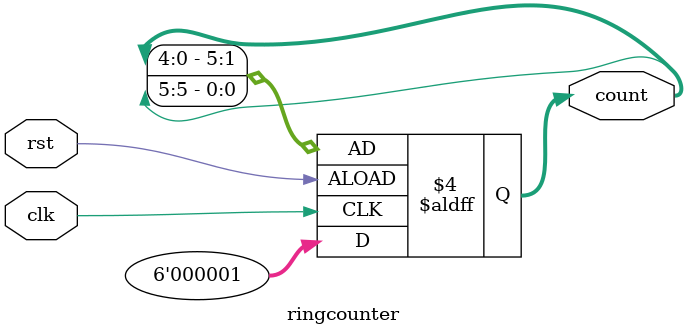
<source format=v>
module ringcounter(clk, rst, count); 
    input clk, rst;
    output  [5:0] count;
    wire clk, rst;
    reg [5:0] count = 6'b1;  
    always @ (posedge clk, posedge rst )
        begin  
        if ( rst ==1 )  
            begin    
            count[5:0] <= {count[4:0],count[5]};   
            //count[0] <= count[5];  
        end
	else 
            count <= 6'b1;

    end 


endmodule 

</source>
